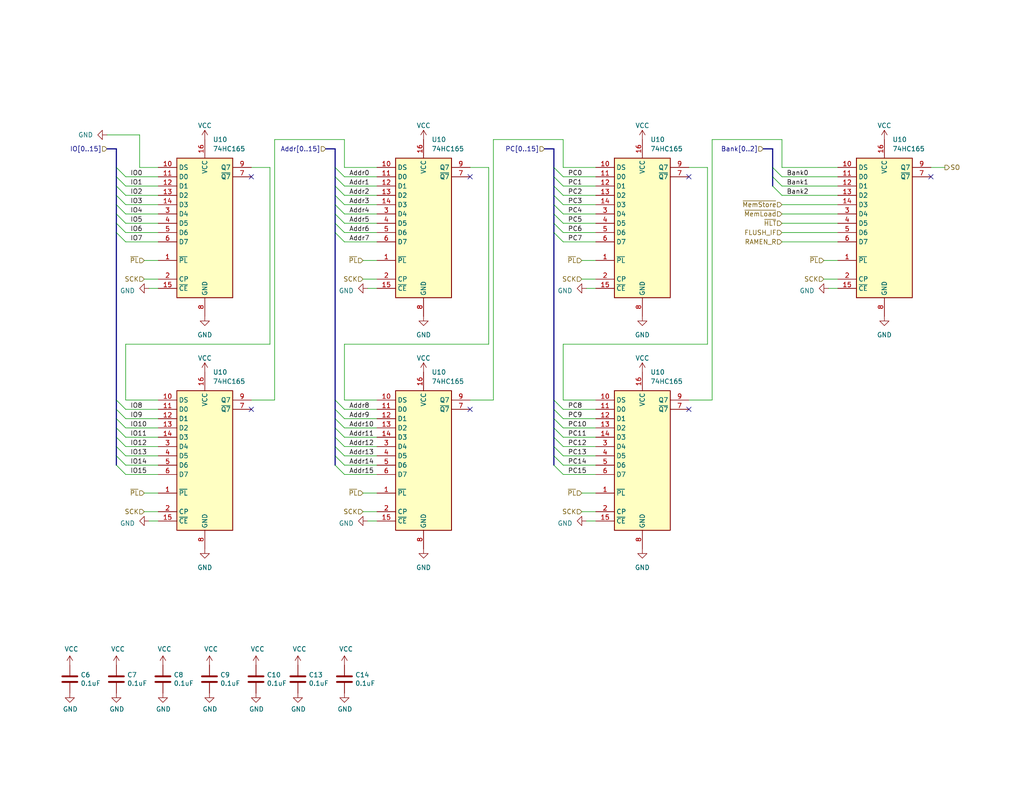
<source format=kicad_sch>
(kicad_sch (version 20230121) (generator eeschema)
  (paper "USLetter")
  (title_block (date "2023-11-27"))
  (lib_symbols
    (symbol "Device:C" (pin_numbers hide) (pin_names (offset 0.254))
      (property "Reference" "C" (at 0.635 2.54 0))
      (property "Value" "C" (at 0.635 -2.54 0))
      (symbol "C_0_1"
        (polyline (pts (xy -2.032 -0.762) (xy 2.032 -0.762)) (stroke (width 0.508)))
        (polyline (pts (xy -2.032 0.762) (xy 2.032 0.762)) (stroke (width 0.508)))
      )
      (symbol "C_1_1"
        (pin passive line (at 0 3.81 270) (length 2.794) (name "~") (number "1"))
        (pin passive line (at 0 -3.81 90) (length 2.794) (name "~") (number "2"))
      )
    )
    (symbol "Turtle16:74HC165"
      (symbol "74HC165_1_0"
        (pin input line (at -12.7 -10.16 0) (length 5.08) (name "~{PL}") (number "1"))
        (pin input line (at -12.7 15.24 0) (length 5.08) (name "DS") (number "10"))
        (pin input line (at -12.7 12.7 0) (length 5.08) (name "D0") (number "11"))
        (pin input line (at -12.7 10.16 0) (length 5.08) (name "D1") (number "12"))
        (pin input line (at -12.7 7.62 0) (length 5.08) (name "D2") (number "13"))
        (pin input line (at -12.7 5.08 0) (length 5.08) (name "D3") (number "14"))
        (pin input line (at -12.7 -17.78 0) (length 5.08) (name "~{CE}") (number "15"))
        (pin power_in line (at 0 22.86 270) (length 5.08) (name "VCC") (number "16"))
        (pin input line (at -12.7 -15.24 0) (length 5.08) (name "CP") (number "2"))
        (pin input line (at -12.7 2.54 0) (length 5.08) (name "D4") (number "3"))
        (pin input line (at -12.7 0 0) (length 5.08) (name "D5") (number "4"))
        (pin input line (at -12.7 -2.54 0) (length 5.08) (name "D6") (number "5"))
        (pin input line (at -12.7 -5.08 0) (length 5.08) (name "D7") (number "6"))
        (pin output line (at 12.7 12.7 180) (length 5.08) (name "~{Q7}") (number "7"))
        (pin power_in line (at 0 -25.4 90) (length 5.08) (name "GND") (number "8"))
        (pin output line (at 12.7 15.24 180) (length 5.08) (name "Q7") (number "9"))
      )
      (symbol "74HC165_1_1"
        (rectangle (start -7.62 17.78) (end 7.62 -20.32) (stroke (width 0.254)) (fill (type background)))
      )
    )
    (symbol "power:GND" (power) (pin_names (offset 0))
      (property "Value" "GND" (at 0 -3.81 0))
      (symbol "GND_0_1"
        (polyline (pts (xy 0 0) (xy 0 -1.27) (xy 1.27 -1.27) (xy 0 -2.54) (xy -1.27 -1.27) (xy 0 -1.27)))
      )
      (symbol "GND_1_1"
        (pin power_in line (at 0 0 270) (length 0) hide (name "GND") (number "1"))
      )
    )
    (symbol "power:VCC" (power) (pin_names (offset 0))
      (property "Value" "VCC" (at 0 3.81 0))
      (symbol "VCC_0_1"
        (polyline (pts (xy -0.762 1.27) (xy 0 2.54)))
        (polyline (pts (xy 0 0) (xy 0 2.54)))
        (polyline (pts (xy 0 2.54) (xy 0.762 1.27)))
      )
      (symbol "VCC_1_1"
        (pin power_in line (at 0 0 90) (length 0) hide (name "VCC") (number "1"))
      )
    )
  )
  (no_connect (at 68.58 111.76))
  (no_connect (at 187.96 111.76))
  (no_connect (at 128.27 111.76))
  (no_connect (at 254 48.26))
  (no_connect (at 187.96 48.26))
  (no_connect (at 128.27 48.26))
  (no_connect (at 68.58 48.26))
  (bus_entry (at 151.13 55.88) (size 2.54 2.54))
  (bus_entry (at 91.44 60.96) (size 2.54 2.54))
  (bus_entry (at 151.13 109.22) (size 2.54 2.54))
  (bus_entry (at 91.44 50.8) (size 2.54 2.54))
  (bus_entry (at 31.75 127) (size 2.54 2.54))
  (bus_entry (at 31.75 114.3) (size 2.54 2.54))
  (bus_entry (at 31.75 55.88) (size 2.54 2.54))
  (bus_entry (at 151.13 114.3) (size 2.54 2.54))
  (bus_entry (at 31.75 60.96) (size 2.54 2.54))
  (bus_entry (at 91.44 116.84) (size 2.54 2.54))
  (bus_entry (at 31.75 111.76) (size 2.54 2.54))
  (bus_entry (at 91.44 48.26) (size 2.54 2.54))
  (bus_entry (at 151.13 53.34) (size 2.54 2.54))
  (bus_entry (at 151.13 50.8) (size 2.54 2.54))
  (bus_entry (at 31.75 45.72) (size 2.54 2.54))
  (bus_entry (at 210.82 50.8) (size 2.54 2.54))
  (bus_entry (at 31.75 109.22) (size 2.54 2.54))
  (bus_entry (at 91.44 121.92) (size 2.54 2.54))
  (bus_entry (at 210.82 45.72) (size 2.54 2.54))
  (bus_entry (at 151.13 45.72) (size 2.54 2.54))
  (bus_entry (at 31.75 48.26) (size 2.54 2.54))
  (bus_entry (at 91.44 109.22) (size 2.54 2.54))
  (bus_entry (at 31.75 121.92) (size 2.54 2.54))
  (bus_entry (at 151.13 124.46) (size 2.54 2.54))
  (bus_entry (at 91.44 53.34) (size 2.54 2.54))
  (bus_entry (at 31.75 58.42) (size 2.54 2.54))
  (bus_entry (at 91.44 114.3) (size 2.54 2.54))
  (bus_entry (at 151.13 60.96) (size 2.54 2.54))
  (bus_entry (at 151.13 119.38) (size 2.54 2.54))
  (bus_entry (at 91.44 45.72) (size 2.54 2.54))
  (bus_entry (at 151.13 48.26) (size 2.54 2.54))
  (bus_entry (at 91.44 127) (size 2.54 2.54))
  (bus_entry (at 31.75 116.84) (size 2.54 2.54))
  (bus_entry (at 151.13 63.5) (size 2.54 2.54))
  (bus_entry (at 91.44 58.42) (size 2.54 2.54))
  (bus_entry (at 91.44 63.5) (size 2.54 2.54))
  (bus_entry (at 151.13 127) (size 2.54 2.54))
  (bus_entry (at 31.75 119.38) (size 2.54 2.54))
  (bus_entry (at 91.44 124.46) (size 2.54 2.54))
  (bus_entry (at 151.13 116.84) (size 2.54 2.54))
  (bus_entry (at 91.44 111.76) (size 2.54 2.54))
  (bus_entry (at 151.13 58.42) (size 2.54 2.54))
  (bus_entry (at 31.75 63.5) (size 2.54 2.54))
  (bus_entry (at 210.82 48.26) (size 2.54 2.54))
  (bus_entry (at 151.13 111.76) (size 2.54 2.54))
  (bus_entry (at 31.75 50.8) (size 2.54 2.54))
  (bus_entry (at 91.44 55.88) (size 2.54 2.54))
  (bus_entry (at 91.44 119.38) (size 2.54 2.54))
  (bus_entry (at 151.13 121.92) (size 2.54 2.54))
  (bus_entry (at 31.75 53.34) (size 2.54 2.54))
  (bus_entry (at 31.75 124.46) (size 2.54 2.54))
  (wire (pts (xy 34.29 124.46) (xy 43.18 124.46)))
  (wire (pts (xy 153.67 121.92) (xy 162.56 121.92)))
  (wire (pts (xy 99.06 71.12) (xy 102.87 71.12)))
  (wire (pts (xy 68.58 45.72) (xy 73.66 45.72)))
  (bus (pts (xy 91.44 119.38) (xy 91.44 121.92)))
  (wire (pts (xy 102.87 45.72) (xy 93.98 45.72)))
  (wire (pts (xy 133.35 45.72) (xy 133.35 93.98)))
  (wire (pts (xy 153.67 58.42) (xy 162.56 58.42)))
  (bus (pts (xy 91.44 63.5) (xy 91.44 109.22)))
  (bus (pts (xy 91.44 109.22) (xy 91.44 111.76)))
  (wire (pts (xy 254 45.72) (xy 257.81 45.72)))
  (wire (pts (xy 39.37 76.2) (xy 43.18 76.2)))
  (bus (pts (xy 210.82 45.72) (xy 210.82 48.26)))
  (wire (pts (xy 34.29 129.54) (xy 43.18 129.54)))
  (bus (pts (xy 91.44 55.88) (xy 91.44 58.42)))
  (bus (pts (xy 31.75 53.34) (xy 31.75 55.88)))
  (bus (pts (xy 91.44 121.92) (xy 91.44 124.46)))
  (bus (pts (xy 151.13 111.76) (xy 151.13 114.3)))
  (wire (pts (xy 93.98 124.46) (xy 102.87 124.46)))
  (wire (pts (xy 153.67 60.96) (xy 162.56 60.96)))
  (bus (pts (xy 31.75 58.42) (xy 31.75 60.96)))
  (bus (pts (xy 151.13 121.92) (xy 151.13 124.46)))
  (wire (pts (xy 213.36 38.1) (xy 194.31 38.1)))
  (wire (pts (xy 93.98 116.84) (xy 102.87 116.84)))
  (wire (pts (xy 213.36 58.42) (xy 228.6 58.42)))
  (bus (pts (xy 151.13 58.42) (xy 151.13 60.96)))
  (bus (pts (xy 208.28 40.64) (xy 210.82 40.64)))
  (wire (pts (xy 153.67 116.84) (xy 162.56 116.84)))
  (bus (pts (xy 210.82 48.26) (xy 210.82 50.8)))
  (wire (pts (xy 153.67 45.72) (xy 153.67 38.1)))
  (wire (pts (xy 34.29 93.98) (xy 34.29 109.22)))
  (wire (pts (xy 213.36 60.96) (xy 228.6 60.96)))
  (bus (pts (xy 31.75 63.5) (xy 31.75 109.22)))
  (wire (pts (xy 153.67 119.38) (xy 162.56 119.38)))
  (bus (pts (xy 91.44 114.3) (xy 91.44 116.84)))
  (wire (pts (xy 93.98 127) (xy 102.87 127)))
  (bus (pts (xy 31.75 45.72) (xy 31.75 48.26)))
  (wire (pts (xy 213.36 48.26) (xy 228.6 48.26)))
  (wire (pts (xy 93.98 55.88) (xy 102.87 55.88)))
  (wire (pts (xy 158.75 139.7) (xy 162.56 139.7)))
  (bus (pts (xy 31.75 116.84) (xy 31.75 119.38)))
  (bus (pts (xy 151.13 40.64) (xy 151.13 45.72)))
  (wire (pts (xy 187.96 45.72) (xy 193.04 45.72)))
  (wire (pts (xy 153.67 48.26) (xy 162.56 48.26)))
  (wire (pts (xy 213.36 50.8) (xy 228.6 50.8)))
  (wire (pts (xy 228.6 66.04) (xy 213.36 66.04)))
  (bus (pts (xy 151.13 109.22) (xy 151.13 111.76)))
  (wire (pts (xy 93.98 121.92) (xy 102.87 121.92)))
  (wire (pts (xy 34.29 111.76) (xy 43.18 111.76)))
  (bus (pts (xy 91.44 116.84) (xy 91.44 119.38)))
  (wire (pts (xy 133.35 93.98) (xy 93.98 93.98)))
  (bus (pts (xy 31.75 114.3) (xy 31.75 116.84)))
  (wire (pts (xy 34.29 58.42) (xy 43.18 58.42)))
  (wire (pts (xy 213.36 38.1) (xy 213.36 45.72)))
  (wire (pts (xy 99.06 134.62) (xy 102.87 134.62)))
  (wire (pts (xy 73.66 45.72) (xy 73.66 93.98)))
  (wire (pts (xy 160.02 78.74) (xy 162.56 78.74)))
  (bus (pts (xy 151.13 114.3) (xy 151.13 116.84)))
  (wire (pts (xy 158.75 76.2) (xy 162.56 76.2)))
  (wire (pts (xy 153.67 50.8) (xy 162.56 50.8)))
  (wire (pts (xy 99.06 139.7) (xy 102.87 139.7)))
  (wire (pts (xy 93.98 60.96) (xy 102.87 60.96)))
  (wire (pts (xy 34.29 63.5) (xy 43.18 63.5)))
  (bus (pts (xy 29.21 40.64) (xy 31.75 40.64)))
  (bus (pts (xy 148.59 40.64) (xy 151.13 40.64)))
  (wire (pts (xy 34.29 60.96) (xy 43.18 60.96)))
  (wire (pts (xy 34.29 53.34) (xy 43.18 53.34)))
  (wire (pts (xy 153.67 111.76) (xy 162.56 111.76)))
  (bus (pts (xy 91.44 45.72) (xy 91.44 48.26)))
  (wire (pts (xy 93.98 66.04) (xy 102.87 66.04)))
  (wire (pts (xy 153.67 127) (xy 162.56 127)))
  (bus (pts (xy 151.13 116.84) (xy 151.13 119.38)))
  (wire (pts (xy 153.67 93.98) (xy 153.67 109.22)))
  (bus (pts (xy 151.13 48.26) (xy 151.13 50.8)))
  (wire (pts (xy 100.33 142.24) (xy 102.87 142.24)))
  (wire (pts (xy 40.64 78.74) (xy 43.18 78.74)))
  (wire (pts (xy 224.79 71.12) (xy 228.6 71.12)))
  (wire (pts (xy 93.98 53.34) (xy 102.87 53.34)))
  (wire (pts (xy 153.67 124.46) (xy 162.56 124.46)))
  (wire (pts (xy 193.04 45.72) (xy 193.04 93.98)))
  (wire (pts (xy 93.98 50.8) (xy 102.87 50.8)))
  (bus (pts (xy 91.44 50.8) (xy 91.44 53.34)))
  (wire (pts (xy 100.33 78.74) (xy 102.87 78.74)))
  (bus (pts (xy 91.44 58.42) (xy 91.44 60.96)))
  (wire (pts (xy 213.36 45.72) (xy 228.6 45.72)))
  (wire (pts (xy 34.29 114.3) (xy 43.18 114.3)))
  (wire (pts (xy 93.98 93.98) (xy 93.98 109.22)))
  (bus (pts (xy 210.82 40.64) (xy 210.82 45.72)))
  (bus (pts (xy 31.75 121.92) (xy 31.75 124.46)))
  (wire (pts (xy 40.64 142.24) (xy 43.18 142.24)))
  (wire (pts (xy 153.67 109.22) (xy 162.56 109.22)))
  (bus (pts (xy 151.13 53.34) (xy 151.13 55.88)))
  (wire (pts (xy 158.75 71.12) (xy 162.56 71.12)))
  (wire (pts (xy 153.67 38.1) (xy 134.62 38.1)))
  (wire (pts (xy 224.79 76.2) (xy 228.6 76.2)))
  (bus (pts (xy 91.44 53.34) (xy 91.44 55.88)))
  (wire (pts (xy 34.29 116.84) (xy 43.18 116.84)))
  (wire (pts (xy 99.06 76.2) (xy 102.87 76.2)))
  (wire (pts (xy 153.67 53.34) (xy 162.56 53.34)))
  (bus (pts (xy 31.75 109.22) (xy 31.75 111.76)))
  (wire (pts (xy 153.67 66.04) (xy 162.56 66.04)))
  (bus (pts (xy 151.13 50.8) (xy 151.13 53.34)))
  (wire (pts (xy 162.56 45.72) (xy 153.67 45.72)))
  (wire (pts (xy 153.67 55.88) (xy 162.56 55.88)))
  (bus (pts (xy 31.75 48.26) (xy 31.75 50.8)))
  (wire (pts (xy 194.31 109.22) (xy 194.31 38.1)))
  (wire (pts (xy 160.02 142.24) (xy 162.56 142.24)))
  (wire (pts (xy 39.37 139.7) (xy 43.18 139.7)))
  (wire (pts (xy 128.27 45.72) (xy 133.35 45.72)))
  (bus (pts (xy 31.75 111.76) (xy 31.75 114.3)))
  (wire (pts (xy 34.29 121.92) (xy 43.18 121.92)))
  (wire (pts (xy 93.98 119.38) (xy 102.87 119.38)))
  (wire (pts (xy 93.98 109.22) (xy 102.87 109.22)))
  (wire (pts (xy 213.36 53.34) (xy 228.6 53.34)))
  (wire (pts (xy 93.98 111.76) (xy 102.87 111.76)))
  (wire (pts (xy 226.06 78.74) (xy 228.6 78.74)))
  (wire (pts (xy 93.98 114.3) (xy 102.87 114.3)))
  (wire (pts (xy 39.37 134.62) (xy 43.18 134.62)))
  (wire (pts (xy 34.29 127) (xy 43.18 127)))
  (bus (pts (xy 31.75 55.88) (xy 31.75 58.42)))
  (wire (pts (xy 38.1 36.83) (xy 38.1 45.72)))
  (wire (pts (xy 213.36 55.88) (xy 228.6 55.88)))
  (wire (pts (xy 93.98 48.26) (xy 102.87 48.26)))
  (wire (pts (xy 34.29 48.26) (xy 43.18 48.26)))
  (bus (pts (xy 91.44 111.76) (xy 91.44 114.3)))
  (wire (pts (xy 34.29 109.22) (xy 43.18 109.22)))
  (wire (pts (xy 193.04 93.98) (xy 153.67 93.98)))
  (bus (pts (xy 91.44 48.26) (xy 91.44 50.8)))
  (bus (pts (xy 31.75 40.64) (xy 31.75 45.72)))
  (wire (pts (xy 128.27 109.22) (xy 134.62 109.22)))
  (bus (pts (xy 151.13 124.46) (xy 151.13 127)))
  (wire (pts (xy 39.37 71.12) (xy 43.18 71.12)))
  (wire (pts (xy 134.62 109.22) (xy 134.62 38.1)))
  (wire (pts (xy 93.98 45.72) (xy 93.98 38.1)))
  (wire (pts (xy 34.29 55.88) (xy 43.18 55.88)))
  (wire (pts (xy 29.21 36.83) (xy 38.1 36.83)))
  (wire (pts (xy 74.93 38.1) (xy 74.93 109.22)))
  (bus (pts (xy 31.75 119.38) (xy 31.75 121.92)))
  (bus (pts (xy 31.75 50.8) (xy 31.75 53.34)))
  (bus (pts (xy 151.13 119.38) (xy 151.13 121.92)))
  (wire (pts (xy 153.67 114.3) (xy 162.56 114.3)))
  (wire (pts (xy 93.98 63.5) (xy 102.87 63.5)))
  (bus (pts (xy 151.13 60.96) (xy 151.13 63.5)))
  (wire (pts (xy 93.98 129.54) (xy 102.87 129.54)))
  (bus (pts (xy 91.44 124.46) (xy 91.44 127)))
  (wire (pts (xy 73.66 93.98) (xy 34.29 93.98)))
  (wire (pts (xy 187.96 109.22) (xy 194.31 109.22)))
  (wire (pts (xy 93.98 58.42) (xy 102.87 58.42)))
  (bus (pts (xy 31.75 60.96) (xy 31.75 63.5)))
  (wire (pts (xy 93.98 38.1) (xy 74.93 38.1)))
  (bus (pts (xy 91.44 40.64) (xy 91.44 45.72)))
  (bus (pts (xy 151.13 45.72) (xy 151.13 48.26)))
  (wire (pts (xy 158.75 134.62) (xy 162.56 134.62)))
  (wire (pts (xy 153.67 129.54) (xy 162.56 129.54)))
  (bus (pts (xy 31.75 124.46) (xy 31.75 127)))
  (wire (pts (xy 34.29 119.38) (xy 43.18 119.38)))
  (bus (pts (xy 151.13 55.88) (xy 151.13 58.42)))
  (wire (pts (xy 153.67 63.5) (xy 162.56 63.5)))
  (bus (pts (xy 91.44 60.96) (xy 91.44 63.5)))
  (bus (pts (xy 151.13 63.5) (xy 151.13 109.22)))
  (wire (pts (xy 34.29 50.8) (xy 43.18 50.8)))
  (wire (pts (xy 34.29 66.04) (xy 43.18 66.04)))
  (bus (pts (xy 88.9 40.64) (xy 91.44 40.64)))
  (wire (pts (xy 38.1 45.72) (xy 43.18 45.72)))
  (wire (pts (xy 228.6 63.5) (xy 213.36 63.5)))
  (wire (pts (xy 74.93 109.22) (xy 68.58 109.22)))
  (label "PC4" (at 154.94 58.42 0))
  (label "IO10" (at 35.56 116.84 0))
  (label "IO9" (at 35.56 114.3 0))
  (label "IO13" (at 35.56 124.46 0))
  (label "IO14" (at 35.56 127 0))
  (label "IO11" (at 35.56 119.38 0))
  (label "Addr13" (at 95.25 124.46 0))
  (label "Addr1" (at 95.25 50.8 0))
  (label "PC5" (at 154.94 60.96 0))
  (label "IO5" (at 35.56 60.96 0))
  (label "Addr12" (at 95.25 121.92 0))
  (label "Addr11" (at 95.25 119.38 0))
  (label "Addr6" (at 95.25 63.5 0))
  (label "IO7" (at 35.56 66.04 0))
  (label "IO8" (at 35.56 111.76 0))
  (label "Bank0" (at 214.63 48.26 0))
  (label "PC11" (at 154.94 119.38 0))
  (label "PC14" (at 154.94 127 0))
  (label "IO0" (at 35.56 48.26 0))
  (label "PC6" (at 154.94 63.5 0))
  (label "IO1" (at 35.56 50.8 0))
  (label "PC7" (at 154.94 66.04 0))
  (label "Addr14" (at 95.25 127 0))
  (label "IO12" (at 35.56 121.92 0))
  (label "Addr8" (at 95.25 111.76 0))
  (label "PC0" (at 154.94 48.26 0))
  (label "Addr10" (at 95.25 116.84 0))
  (label "PC3" (at 154.94 55.88 0))
  (label "IO6" (at 35.56 63.5 0))
  (label "Addr15" (at 95.25 129.54 0))
  (label "Addr5" (at 95.25 60.96 0))
  (label "PC8" (at 154.94 111.76 0))
  (label "IO4" (at 35.56 58.42 0))
  (label "Bank1" (at 214.63 50.8 0))
  (label "PC9" (at 154.94 114.3 0))
  (label "Addr9" (at 95.25 114.3 0))
  (label "IO3" (at 35.56 55.88 0))
  (label "PC1" (at 154.94 50.8 0))
  (label "Addr3" (at 95.25 55.88 0))
  (label "Bank2" (at 214.63 53.34 0))
  (label "IO15" (at 35.56 129.54 0))
  (label "PC10" (at 154.94 116.84 0))
  (label "Addr0" (at 95.25 48.26 0))
  (label "Addr7" (at 95.25 66.04 0))
  (label "IO2" (at 35.56 53.34 0))
  (label "PC2" (at 154.94 53.34 0))
  (label "PC15" (at 154.94 129.54 0))
  (label "PC12" (at 154.94 121.92 0))
  (label "PC13" (at 154.94 124.46 0))
  (label "Addr2" (at 95.25 53.34 0))
  (label "Addr4" (at 95.25 58.42 0))
  (hierarchical_label "FLUSH_IF" (shape input) (at 213.36 63.5 180))
  (hierarchical_label "~{HLT}" (shape input) (at 213.36 60.96 180))
  (hierarchical_label "~{PL}" (shape input) (at 224.79 71.12 180))
  (hierarchical_label "~{MemLoad}" (shape input) (at 213.36 58.42 180))
  (hierarchical_label "Addr[0..15]" (shape input) (at 88.9 40.64 180))
  (hierarchical_label "RAMEN_R" (shape input) (at 213.36 66.04 180))
  (hierarchical_label "~{PL}" (shape input) (at 158.75 134.62 180))
  (hierarchical_label "SCK" (shape input) (at 39.37 139.7 180))
  (hierarchical_label "~{PL}" (shape input) (at 99.06 134.62 180))
  (hierarchical_label "SCK" (shape input) (at 99.06 76.2 180))
  (hierarchical_label "~{PL}" (shape input) (at 99.06 71.12 180))
  (hierarchical_label "SCK" (shape input) (at 224.79 76.2 180))
  (hierarchical_label "SCK" (shape input) (at 158.75 76.2 180))
  (hierarchical_label "~{PL}" (shape input) (at 158.75 71.12 180))
  (hierarchical_label "~{PL}" (shape input) (at 39.37 71.12 180))
  (hierarchical_label "SO" (shape output) (at 257.81 45.72 0))
  (hierarchical_label "~{MemStore}" (shape input) (at 213.36 55.88 180))
  (hierarchical_label "SCK" (shape input) (at 39.37 76.2 180))
  (hierarchical_label "SCK" (shape input) (at 158.75 139.7 180))
  (hierarchical_label "~{PL}" (shape input) (at 39.37 134.62 180))
  (hierarchical_label "Bank[0..2]" (shape input) (at 208.28 40.64 180))
  (hierarchical_label "SCK" (shape input) (at 99.06 139.7 180))
  (hierarchical_label "PC[0..15]" (shape input) (at 148.59 40.64 180))
  (hierarchical_label "IO[0..15]" (shape input) (at 29.21 40.64 180))
  (symbol (lib_id "power:VCC") (at 31.75 181.61 0) (unit 1)
    (property "Reference" "#PWR053" (effects hide))
    (property "Value" "VCC" (at 32.1818 177.2158 0))
    (instances (project "ProcessorBoardTestFixture" (path "" (reference "#PWR053") (unit 1))) (project "Memory" (path "" (reference "#PWR0381") (unit 1))))
  )
  (symbol (lib_id "power:GND") (at 29.21 36.83 270) (unit 1)
    (property "Reference" "#PWR059" (effects hide))
    (property "Value" "GND" (at 25.4 36.83 90) (effects (justify right)))
  )
  (symbol (lib_id "Device:C") (at 57.15 185.42 0) (unit 1)
    (property "Reference" "C9" (at 60.071 184.2516 0) (effects (justify left)))
    (property "Value" "0.1uF" (at 60.071 186.563 0) (effects (justify left)))
    (property "Footprint" "Capacitor_SMD:C_0603_1608Metric" (effects hide))
    (property "Datasheet" "https://www.mouser.com/datasheet/2/396/taiyo_yuden_12132018_mlcc11_hq_e-1510082.pdf" (effects hide))
    (property "Manufacturer" "Taiyo Yuden" (effects hide))
    (property "Manufacturer#" "EMK107B7104KAHT" (effects hide))
    (property "Mouser#" "963-EMK107B7104KAHT" (effects hide))
    (property "Digikey#" "587-6004-1-ND" (effects hide))
    (instances (project "ProcessorBoardTestFixture" (path "" (reference "C9") (unit 1))) (project "Memory" (path "" (reference "C65") (unit 1))))
  )
  (symbol (lib_id "power:GND") (at 40.64 78.74 270) (unit 1)
    (property "Reference" "#PWR062" (effects hide))
    (property "Value" "GND" (at 36.83 79.375 90) (effects (justify right)))
  )
  (symbol (lib_id "power:VCC") (at 175.26 101.6 0) (unit 1)
    (property "Reference" "#PWR091" (effects hide))
    (property "Value" "VCC" (at 175.26 97.79 0))
  )
  (symbol (lib_id "power:GND") (at 31.75 189.23 0) (unit 1)
    (property "Reference" "#PWR054" (effects hide))
    (property "Value" "GND" (at 31.877 193.6242 0))
    (instances (project "ProcessorBoardTestFixture" (path "" (reference "#PWR054") (unit 1))) (project "Memory" (path "" (reference "#PWR0382") (unit 1))))
  )
  (symbol (lib_id "power:GND") (at 44.45 189.23 0) (unit 1)
    (property "Reference" "#PWR056" (effects hide))
    (property "Value" "GND" (at 44.577 193.6242 0))
    (instances (project "ProcessorBoardTestFixture" (path "" (reference "#PWR056") (unit 1))) (project "Memory" (path "" (reference "#PWR0382") (unit 1))))
  )
  (symbol (lib_id "Device:C") (at 44.45 185.42 0) (unit 1)
    (property "Reference" "C8" (at 47.371 184.2516 0) (effects (justify left)))
    (property "Value" "0.1uF" (at 47.371 186.563 0) (effects (justify left)))
    (property "Footprint" "Capacitor_SMD:C_0603_1608Metric" (effects hide))
    (property "Datasheet" "https://www.mouser.com/datasheet/2/396/taiyo_yuden_12132018_mlcc11_hq_e-1510082.pdf" (effects hide))
    (property "Manufacturer" "Taiyo Yuden" (effects hide))
    (property "Manufacturer#" "EMK107B7104KAHT" (effects hide))
    (property "Mouser#" "963-EMK107B7104KAHT" (effects hide))
    (property "Digikey#" "587-6004-1-ND" (effects hide))
    (instances (project "ProcessorBoardTestFixture" (path "" (reference "C8") (unit 1))) (project "Memory" (path "" (reference "C65") (unit 1))))
  )
  (symbol (lib_id "power:GND") (at 115.57 149.86 0) (unit 1)
    (property "Reference" "#PWR073" (effects hide))
    (property "Value" "GND" (at 115.57 154.94 0))
  )
  (symbol (lib_id "Turtle16:74HC165") (at 115.57 124.46 0) (unit 1)
    (property "Reference" "U10" (at 117.7641 101.6 0) (effects (justify left)))
    (property "Value" "74HC165" (at 117.7641 104.14 0) (effects (justify left)))
    (property "Footprint" "Package_SO:TSSOP-16_4.4x5mm_P0.65mm" (effects hide))
    (property "Datasheet" "https://www.mouser.com/datasheet/2/916/74HC_HCT165_Q100-2937323.pdf" (effects hide))
    (property "Manufacturer" "Nexperia" (effects hide))
    (property "Manufacturer#" "74HC165PW-Q100,118" (effects hide))
    (property "Mouser#" "771-74HC165PWQ100118" (effects hide))
    (property "Digikey#" "1727-8390-1-ND" (effects hide))
    (instances (project "ProcessorBoardTestFixture" (path "" (reference "U10") (unit 1)) (path "" (reference "U8") (unit 1))))
  )
  (symbol (lib_id "power:GND") (at 100.33 142.24 270) (unit 1)
    (property "Reference" "#PWR069" (effects hide))
    (property "Value" "GND" (at 96.52 142.875 90) (effects (justify right)))
  )
  (symbol (lib_id "power:GND") (at 40.64 142.24 270) (unit 1)
    (property "Reference" "#PWR063" (effects hide))
    (property "Value" "GND" (at 36.83 142.875 90) (effects (justify right)))
  )
  (symbol (lib_id "power:GND") (at 160.02 142.24 270) (unit 1)
    (property "Reference" "#PWR075" (effects hide))
    (property "Value" "GND" (at 156.21 142.875 90) (effects (justify right)))
  )
  (symbol (lib_id "Device:C") (at 93.98 185.42 0) (unit 1)
    (property "Reference" "C14" (at 96.901 184.2516 0) (effects (justify left)))
    (property "Value" "0.1uF" (at 96.901 186.563 0) (effects (justify left)))
    (property "Footprint" "Capacitor_SMD:C_0603_1608Metric" (effects hide))
    (property "Datasheet" "https://www.mouser.com/datasheet/2/396/taiyo_yuden_12132018_mlcc11_hq_e-1510082.pdf" (effects hide))
    (property "Manufacturer" "Taiyo Yuden" (effects hide))
    (property "Manufacturer#" "EMK107B7104KAHT" (effects hide))
    (property "Mouser#" "963-EMK107B7104KAHT" (effects hide))
    (property "Digikey#" "587-6004-1-ND" (effects hide))
    (instances (project "ProcessorBoardTestFixture" (path "" (reference "C14") (unit 1))) (project "Memory" (path "" (reference "C65") (unit 1))))
  )
  (symbol (lib_id "Turtle16:74HC165") (at 115.57 60.96 0) (unit 1)
    (property "Reference" "U10" (at 117.7641 38.1 0) (effects (justify left)))
    (property "Value" "74HC165" (at 117.7641 40.64 0) (effects (justify left)))
    (property "Footprint" "Package_SO:TSSOP-16_4.4x5mm_P0.65mm" (effects hide))
    (property "Datasheet" "https://www.mouser.com/datasheet/2/916/74HC_HCT165_Q100-2937323.pdf" (effects hide))
    (property "Manufacturer" "Nexperia" (effects hide))
    (property "Manufacturer#" "74HC165PW-Q100,118" (effects hide))
    (property "Mouser#" "771-74HC165PWQ100118" (effects hide))
    (property "Digikey#" "1727-8390-1-ND" (effects hide))
    (instances (project "ProcessorBoardTestFixture" (path "" (reference "U10") (unit 1)) (path "" (reference "U7") (unit 1))))
  )
  (symbol (lib_id "Turtle16:74HC165") (at 175.26 60.96 0) (unit 1)
    (property "Reference" "U10" (at 177.4541 38.1 0) (effects (justify left)))
    (property "Value" "74HC165" (at 177.4541 40.64 0) (effects (justify left)))
    (property "Footprint" "Package_SO:TSSOP-16_4.4x5mm_P0.65mm" (effects hide))
    (property "Datasheet" "https://www.mouser.com/datasheet/2/916/74HC_HCT165_Q100-2937323.pdf" (effects hide))
    (property "Manufacturer" "Nexperia" (effects hide))
    (property "Manufacturer#" "74HC165PW-Q100,118" (effects hide))
    (property "Mouser#" "771-74HC165PWQ100118" (effects hide))
    (property "Digikey#" "1727-8390-1-ND" (effects hide))
    (instances (project "ProcessorBoardTestFixture" (path "" (reference "U10") (unit 1)) (path "" (reference "U12") (unit 1))))
  )
  (symbol (lib_id "power:VCC") (at 175.26 38.1 0) (unit 1)
    (property "Reference" "#PWR089" (effects hide))
    (property "Value" "VCC" (at 175.26 34.29 0))
  )
  (symbol (lib_id "power:GND") (at 55.88 149.86 0) (unit 1)
    (property "Reference" "#PWR067" (effects hide))
    (property "Value" "GND" (at 55.88 154.94 0))
  )
  (symbol (lib_id "power:VCC") (at 57.15 181.61 0) (unit 1)
    (property "Reference" "#PWR057" (effects hide))
    (property "Value" "VCC" (at 57.5818 177.2158 0))
    (instances (project "ProcessorBoardTestFixture" (path "" (reference "#PWR057") (unit 1))) (project "Memory" (path "" (reference "#PWR0381") (unit 1))))
  )
  (symbol (lib_id "power:VCC") (at 93.98 181.61 0) (unit 1)
    (property "Reference" "#PWR095" (effects hide))
    (property "Value" "VCC" (at 94.4118 177.2158 0))
    (instances (project "ProcessorBoardTestFixture" (path "" (reference "#PWR095") (unit 1))) (project "Memory" (path "" (reference "#PWR0381") (unit 1))))
  )
  (symbol (lib_id "power:VCC") (at 55.88 38.1 0) (unit 1)
    (property "Reference" "#PWR064" (effects hide))
    (property "Value" "VCC" (at 55.88 34.29 0))
  )
  (symbol (lib_id "power:VCC") (at 19.05 181.61 0) (unit 1)
    (property "Reference" "#PWR051" (effects hide))
    (property "Value" "VCC" (at 19.4818 177.2158 0))
    (instances (project "ProcessorBoardTestFixture" (path "" (reference "#PWR051") (unit 1))) (project "Memory" (path "" (reference "#PWR0381") (unit 1))))
  )
  (symbol (lib_id "power:VCC") (at 69.85 181.61 0) (unit 1)
    (property "Reference" "#PWR060" (effects hide))
    (property "Value" "VCC" (at 70.2818 177.2158 0))
    (instances (project "ProcessorBoardTestFixture" (path "" (reference "#PWR060") (unit 1))) (project "Memory" (path "" (reference "#PWR0381") (unit 1))))
  )
  (symbol (lib_id "Device:C") (at 31.75 185.42 0) (unit 1)
    (property "Reference" "C7" (at 34.671 184.2516 0) (effects (justify left)))
    (property "Value" "0.1uF" (at 34.671 186.563 0) (effects (justify left)))
    (property "Footprint" "Capacitor_SMD:C_0603_1608Metric" (effects hide))
    (property "Datasheet" "https://www.mouser.com/datasheet/2/396/taiyo_yuden_12132018_mlcc11_hq_e-1510082.pdf" (effects hide))
    (property "Manufacturer" "Taiyo Yuden" (effects hide))
    (property "Manufacturer#" "EMK107B7104KAHT" (effects hide))
    (property "Mouser#" "963-EMK107B7104KAHT" (effects hide))
    (property "Digikey#" "587-6004-1-ND" (effects hide))
    (instances (project "ProcessorBoardTestFixture" (path "" (reference "C7") (unit 1))) (project "Memory" (path "" (reference "C65") (unit 1))))
  )
  (symbol (lib_id "power:VCC") (at 81.28 181.61 0) (unit 1)
    (property "Reference" "#PWR093" (effects hide))
    (property "Value" "VCC" (at 81.7118 177.2158 0))
    (instances (project "ProcessorBoardTestFixture" (path "" (reference "#PWR093") (unit 1))) (project "Memory" (path "" (reference "#PWR0381") (unit 1))))
  )
  (symbol (lib_id "Device:C") (at 69.85 185.42 0) (unit 1)
    (property "Reference" "C10" (at 72.771 184.2516 0) (effects (justify left)))
    (property "Value" "0.1uF" (at 72.771 186.563 0) (effects (justify left)))
    (property "Footprint" "Capacitor_SMD:C_0603_1608Metric" (effects hide))
    (property "Datasheet" "https://www.mouser.com/datasheet/2/396/taiyo_yuden_12132018_mlcc11_hq_e-1510082.pdf" (effects hide))
    (property "Manufacturer" "Taiyo Yuden" (effects hide))
    (property "Manufacturer#" "EMK107B7104KAHT" (effects hide))
    (property "Mouser#" "963-EMK107B7104KAHT" (effects hide))
    (property "Digikey#" "587-6004-1-ND" (effects hide))
    (instances (project "ProcessorBoardTestFixture" (path "" (reference "C10") (unit 1))) (project "Memory" (path "" (reference "C65") (unit 1))))
  )
  (symbol (lib_id "power:VCC") (at 55.88 101.6 0) (unit 1)
    (property "Reference" "#PWR066" (effects hide))
    (property "Value" "VCC" (at 55.88 97.79 0))
  )
  (symbol (lib_id "power:GND") (at 19.05 189.23 0) (unit 1)
    (property "Reference" "#PWR052" (effects hide))
    (property "Value" "GND" (at 19.177 193.6242 0))
    (instances (project "ProcessorBoardTestFixture" (path "" (reference "#PWR052") (unit 1))) (project "Memory" (path "" (reference "#PWR0382") (unit 1))))
  )
  (symbol (lib_id "power:GND") (at 175.26 86.36 0) (unit 1)
    (property "Reference" "#PWR090" (effects hide))
    (property "Value" "GND" (at 175.26 91.44 0))
  )
  (symbol (lib_id "power:GND") (at 69.85 189.23 0) (unit 1)
    (property "Reference" "#PWR061" (effects hide))
    (property "Value" "GND" (at 69.977 193.6242 0))
    (instances (project "ProcessorBoardTestFixture" (path "" (reference "#PWR061") (unit 1))) (project "Memory" (path "" (reference "#PWR0382") (unit 1))))
  )
  (symbol (lib_id "power:GND") (at 81.28 189.23 0) (unit 1)
    (property "Reference" "#PWR094" (effects hide))
    (property "Value" "GND" (at 81.407 193.6242 0))
    (instances (project "ProcessorBoardTestFixture" (path "" (reference "#PWR094") (unit 1))) (project "Memory" (path "" (reference "#PWR0382") (unit 1))))
  )
  (symbol (lib_id "power:GND") (at 241.3 86.36 0) (unit 1)
    (property "Reference" "#PWR078" (effects hide))
    (property "Value" "GND" (at 241.3 91.44 0))
  )
  (symbol (lib_id "Turtle16:74HC165") (at 55.88 60.96 0) (unit 1)
    (property "Reference" "U10" (at 58.0741 38.1 0) (effects (justify left)))
    (property "Value" "74HC165" (at 58.0741 40.64 0) (effects (justify left)))
    (property "Footprint" "Package_SO:TSSOP-16_4.4x5mm_P0.65mm" (effects hide))
    (property "Datasheet" "https://www.mouser.com/datasheet/2/916/74HC_HCT165_Q100-2937323.pdf" (effects hide))
    (property "Manufacturer" "Nexperia" (effects hide))
    (property "Manufacturer#" "74HC165PW-Q100,118" (effects hide))
    (property "Mouser#" "771-74HC165PWQ100118" (effects hide))
    (property "Digikey#" "1727-8390-1-ND" (effects hide))
    (instances (project "ProcessorBoardTestFixture" (path "" (reference "U10") (unit 1)) (path "" (reference "U5") (unit 1))))
  )
  (symbol (lib_id "power:GND") (at 160.02 78.74 270) (unit 1)
    (property "Reference" "#PWR074" (effects hide))
    (property "Value" "GND" (at 156.21 79.375 90) (effects (justify right)))
  )
  (symbol (lib_id "Turtle16:74HC165") (at 55.88 124.46 0) (unit 1)
    (property "Reference" "U10" (at 58.0741 101.6 0) (effects (justify left)))
    (property "Value" "74HC165" (at 58.0741 104.14 0) (effects (justify left)))
    (property "Footprint" "Package_SO:TSSOP-16_4.4x5mm_P0.65mm" (effects hide))
    (property "Datasheet" "https://www.mouser.com/datasheet/2/916/74HC_HCT165_Q100-2937323.pdf" (effects hide))
    (property "Manufacturer" "Nexperia" (effects hide))
    (property "Manufacturer#" "74HC165PW-Q100,118" (effects hide))
    (property "Mouser#" "771-74HC165PWQ100118" (effects hide))
    (property "Digikey#" "1727-8390-1-ND" (effects hide))
    (instances (project "ProcessorBoardTestFixture" (path "" (reference "U10") (unit 1)) (path "" (reference "U6") (unit 1))))
  )
  (symbol (lib_id "Device:C") (at 19.05 185.42 0) (unit 1)
    (property "Reference" "C6" (at 21.971 184.2516 0) (effects (justify left)))
    (property "Value" "0.1uF" (at 21.971 186.563 0) (effects (justify left)))
    (property "Footprint" "Capacitor_SMD:C_0603_1608Metric" (effects hide))
    (property "Datasheet" "https://www.mouser.com/datasheet/2/396/taiyo_yuden_12132018_mlcc11_hq_e-1510082.pdf" (effects hide))
    (property "Manufacturer" "Taiyo Yuden" (effects hide))
    (property "Manufacturer#" "EMK107B7104KAHT" (effects hide))
    (property "Mouser#" "963-EMK107B7104KAHT" (effects hide))
    (property "Digikey#" "587-6004-1-ND" (effects hide))
    (instances (project "ProcessorBoardTestFixture" (path "" (reference "C6") (unit 1))) (project "Memory" (path "" (reference "C65") (unit 1))))
  )
  (symbol (lib_id "power:VCC") (at 115.57 38.1 0) (unit 1)
    (property "Reference" "#PWR070" (effects hide))
    (property "Value" "VCC" (at 115.57 34.29 0))
  )
  (symbol (lib_id "power:GND") (at 100.33 78.74 270) (unit 1)
    (property "Reference" "#PWR068" (effects hide))
    (property "Value" "GND" (at 96.52 79.375 90) (effects (justify right)))
  )
  (symbol (lib_id "power:GND") (at 93.98 189.23 0) (unit 1)
    (property "Reference" "#PWR096" (effects hide))
    (property "Value" "GND" (at 94.107 193.6242 0))
    (instances (project "ProcessorBoardTestFixture" (path "" (reference "#PWR096") (unit 1))) (project "Memory" (path "" (reference "#PWR0382") (unit 1))))
  )
  (symbol (lib_id "Device:C") (at 81.28 185.42 0) (unit 1)
    (property "Reference" "C13" (at 84.201 184.2516 0) (effects (justify left)))
    (property "Value" "0.1uF" (at 84.201 186.563 0) (effects (justify left)))
    (property "Footprint" "Capacitor_SMD:C_0603_1608Metric" (effects hide))
    (property "Datasheet" "https://www.mouser.com/datasheet/2/396/taiyo_yuden_12132018_mlcc11_hq_e-1510082.pdf" (effects hide))
    (property "Manufacturer" "Taiyo Yuden" (effects hide))
    (property "Manufacturer#" "EMK107B7104KAHT" (effects hide))
    (property "Mouser#" "963-EMK107B7104KAHT" (effects hide))
    (property "Digikey#" "587-6004-1-ND" (effects hide))
    (instances (project "ProcessorBoardTestFixture" (path "" (reference "C13") (unit 1))) (project "Memory" (path "" (reference "C65") (unit 1))))
  )
  (symbol (lib_id "power:VCC") (at 241.3 38.1 0) (unit 1)
    (property "Reference" "#PWR077" (effects hide))
    (property "Value" "VCC" (at 241.3 34.29 0))
  )
  (symbol (lib_id "power:VCC") (at 44.45 181.61 0) (unit 1)
    (property "Reference" "#PWR055" (effects hide))
    (property "Value" "VCC" (at 44.8818 177.2158 0))
    (instances (project "ProcessorBoardTestFixture" (path "" (reference "#PWR055") (unit 1))) (project "Memory" (path "" (reference "#PWR0381") (unit 1))))
  )
  (symbol (lib_id "power:GND") (at 115.57 86.36 0) (unit 1)
    (property "Reference" "#PWR071" (effects hide))
    (property "Value" "GND" (at 115.57 91.44 0))
  )
  (symbol (lib_id "power:VCC") (at 115.57 101.6 0) (unit 1)
    (property "Reference" "#PWR072" (effects hide))
    (property "Value" "VCC" (at 115.57 97.79 0))
  )
  (symbol (lib_id "power:GND") (at 175.26 149.86 0) (unit 1)
    (property "Reference" "#PWR092" (effects hide))
    (property "Value" "GND" (at 175.26 154.94 0))
  )
  (symbol (lib_id "power:GND") (at 226.06 78.74 270) (unit 1)
    (property "Reference" "#PWR076" (effects hide))
    (property "Value" "GND" (at 222.25 79.375 90) (effects (justify right)))
  )
  (symbol (lib_id "Turtle16:74HC165") (at 241.3 60.96 0) (unit 1)
    (property "Reference" "U10" (at 243.4941 38.1 0) (effects (justify left)))
    (property "Value" "74HC165" (at 243.4941 40.64 0) (effects (justify left)))
    (property "Footprint" "Package_SO:TSSOP-16_4.4x5mm_P0.65mm" (effects hide))
    (property "Datasheet" "https://www.mouser.com/datasheet/2/916/74HC_HCT165_Q100-2937323.pdf" (effects hide))
    (property "Manufacturer" "Nexperia" (effects hide))
    (property "Manufacturer#" "74HC165PW-Q100,118" (effects hide))
    (property "Mouser#" "771-74HC165PWQ100118" (effects hide))
    (property "Digikey#" "1727-8390-1-ND" (effects hide))
    (instances (project "ProcessorBoardTestFixture" (path "" (reference "U10") (unit 1)) (path "" (reference "U9") (unit 1))))
  )
  (symbol (lib_id "Turtle16:74HC165") (at 175.26 124.46 0) (unit 1)
    (property "Reference" "U10" (at 177.4541 101.6 0) (effects (justify left)))
    (property "Value" "74HC165" (at 177.4541 104.14 0) (effects (justify left)))
    (property "Footprint" "Package_SO:TSSOP-16_4.4x5mm_P0.65mm" (effects hide))
    (property "Datasheet" "https://www.mouser.com/datasheet/2/916/74HC_HCT165_Q100-2937323.pdf" (effects hide))
    (property "Manufacturer" "Nexperia" (effects hide))
    (property "Manufacturer#" "74HC165PW-Q100,118" (effects hide))
    (property "Mouser#" "771-74HC165PWQ100118" (effects hide))
    (property "Digikey#" "1727-8390-1-ND" (effects hide))
    (instances (project "ProcessorBoardTestFixture" (path "" (reference "U10") (unit 1)) (path "" (reference "U13") (unit 1))))
  )
  (symbol (lib_id "power:GND") (at 57.15 189.23 0) (unit 1)
    (property "Reference" "#PWR058" (effects hide))
    (property "Value" "GND" (at 57.277 193.6242 0))
    (instances (project "ProcessorBoardTestFixture" (path "" (reference "#PWR058") (unit 1))) (project "Memory" (path "" (reference "#PWR0382") (unit 1))))
  )
  (symbol (lib_id "power:GND") (at 55.88 86.36 0) (unit 1)
    (property "Reference" "#PWR065" (effects hide))
    (property "Value" "GND" (at 55.88 91.44 0))
  )
)
</source>
